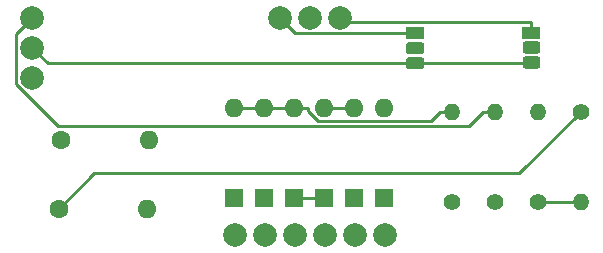
<source format=gbr>
G04 #@! TF.GenerationSoftware,KiCad,Pcbnew,(5.0.0)*
G04 #@! TF.CreationDate,2019-11-16T16:49:10+00:00*
G04 #@! TF.ProjectId,LS07,4C5330372E6B696361645F7063620000,rev?*
G04 #@! TF.SameCoordinates,Original*
G04 #@! TF.FileFunction,Copper,L1,Top,Signal*
G04 #@! TF.FilePolarity,Positive*
%FSLAX46Y46*%
G04 Gerber Fmt 4.6, Leading zero omitted, Abs format (unit mm)*
G04 Created by KiCad (PCBNEW (5.0.0)) date 11/16/19 16:49:10*
%MOMM*%
%LPD*%
G01*
G04 APERTURE LIST*
G04 #@! TA.AperFunction,ComponentPad*
%ADD10O,1.600000X1.600000*%
G04 #@! TD*
G04 #@! TA.AperFunction,ComponentPad*
%ADD11C,1.600000*%
G04 #@! TD*
G04 #@! TA.AperFunction,ComponentPad*
%ADD12C,2.000000*%
G04 #@! TD*
G04 #@! TA.AperFunction,ComponentPad*
%ADD13R,1.600000X1.600000*%
G04 #@! TD*
G04 #@! TA.AperFunction,ComponentPad*
%ADD14C,1.400000*%
G04 #@! TD*
G04 #@! TA.AperFunction,ComponentPad*
%ADD15O,1.400000X1.400000*%
G04 #@! TD*
G04 #@! TA.AperFunction,ComponentPad*
%ADD16R,1.500000X1.050000*%
G04 #@! TD*
G04 #@! TA.AperFunction,Conductor*
%ADD17C,0.100000*%
G04 #@! TD*
G04 #@! TA.AperFunction,ComponentPad*
%ADD18C,1.050000*%
G04 #@! TD*
G04 #@! TA.AperFunction,Conductor*
%ADD19C,0.250000*%
G04 #@! TD*
G04 APERTURE END LIST*
D10*
G04 #@! TO.P,C1,2*
G04 #@! TO.N,Net-(C1-Pad2)*
X129900000Y-71600000D03*
D11*
G04 #@! TO.P,C1,1*
G04 #@! TO.N,Net-(C1-Pad1)*
X122400000Y-71600000D03*
G04 #@! TD*
D10*
G04 #@! TO.P,C2,2*
G04 #@! TO.N,Net-(C2-Pad2)*
X129700000Y-77400000D03*
D11*
G04 #@! TO.P,C2,1*
G04 #@! TO.N,Net-(C2-Pad1)*
X122200000Y-77400000D03*
G04 #@! TD*
D12*
G04 #@! TO.P,J1,13*
G04 #@! TO.N,13*
X145998000Y-61225500D03*
G04 #@! TO.P,J1,12*
G04 #@! TO.N,N/C*
X143458000Y-61225500D03*
G04 #@! TO.P,J1,11*
G04 #@! TO.N,11*
X140918000Y-61225500D03*
G04 #@! TO.P,J1,6*
G04 #@! TO.N,6*
X149808000Y-79640500D03*
G04 #@! TO.P,J1,5*
G04 #@! TO.N,5*
X147268000Y-79640500D03*
G04 #@! TO.P,J1,4*
G04 #@! TO.N,4*
X144728000Y-79640500D03*
G04 #@! TO.P,J1,3*
G04 #@! TO.N,N/C*
X142188000Y-79640500D03*
G04 #@! TO.P,J1,2*
G04 #@! TO.N,2*
X139648000Y-79640500D03*
G04 #@! TO.P,J1,1*
G04 #@! TO.N,1*
X137108000Y-79640500D03*
G04 #@! TO.P,J1,23*
G04 #@! TO.N,N/C*
X119963000Y-66305500D03*
G04 #@! TO.P,J1,22*
G04 #@! TO.N,0v*
X119963000Y-63765500D03*
G04 #@! TO.P,J1,21*
G04 #@! TO.N,+6v*
X119963000Y-61225500D03*
G04 #@! TD*
D13*
G04 #@! TO.P,D1,1*
G04 #@! TO.N,1*
X137096000Y-76454000D03*
D10*
G04 #@! TO.P,D1,2*
G04 #@! TO.N,Net-(C1-Pad2)*
X137096000Y-68834000D03*
G04 #@! TD*
D13*
G04 #@! TO.P,D2,1*
G04 #@! TO.N,2*
X139636000Y-76454000D03*
D10*
G04 #@! TO.P,D2,2*
G04 #@! TO.N,Net-(C1-Pad2)*
X139636000Y-68834000D03*
G04 #@! TD*
D13*
G04 #@! TO.P,D3,1*
G04 #@! TO.N,4*
X142176000Y-76454000D03*
D10*
G04 #@! TO.P,D3,2*
G04 #@! TO.N,Net-(C1-Pad2)*
X142176000Y-68834000D03*
G04 #@! TD*
D13*
G04 #@! TO.P,D4,1*
G04 #@! TO.N,4*
X144716000Y-76454000D03*
D10*
G04 #@! TO.P,D4,2*
G04 #@! TO.N,Net-(C2-Pad2)*
X144716000Y-68834000D03*
G04 #@! TD*
D13*
G04 #@! TO.P,D5,1*
G04 #@! TO.N,5*
X147256000Y-76454000D03*
D10*
G04 #@! TO.P,D5,2*
G04 #@! TO.N,Net-(C2-Pad2)*
X147256000Y-68834000D03*
G04 #@! TD*
D13*
G04 #@! TO.P,D6,1*
G04 #@! TO.N,6*
X149796000Y-76454000D03*
D10*
G04 #@! TO.P,D6,2*
G04 #@! TO.N,Net-(C2-Pad2)*
X149796000Y-68834000D03*
G04 #@! TD*
D14*
G04 #@! TO.P,R1,1*
G04 #@! TO.N,+6v*
X155512000Y-76835000D03*
D15*
G04 #@! TO.P,R1,2*
G04 #@! TO.N,Net-(C1-Pad2)*
X155512000Y-69215000D03*
G04 #@! TD*
D14*
G04 #@! TO.P,R2,1*
G04 #@! TO.N,Net-(C2-Pad2)*
X159194000Y-76835000D03*
D15*
G04 #@! TO.P,R2,2*
G04 #@! TO.N,+6v*
X159194000Y-69215000D03*
G04 #@! TD*
D14*
G04 #@! TO.P,R3,1*
G04 #@! TO.N,+6v*
X162814000Y-76835000D03*
D15*
G04 #@! TO.P,R3,2*
G04 #@! TO.N,Net-(C1-Pad1)*
X162814000Y-69215000D03*
G04 #@! TD*
D14*
G04 #@! TO.P,R4,1*
G04 #@! TO.N,Net-(C2-Pad1)*
X166400000Y-69200000D03*
D15*
G04 #@! TO.P,R4,2*
G04 #@! TO.N,+6v*
X166400000Y-76820000D03*
G04 #@! TD*
D16*
G04 #@! TO.P,VT1,3*
G04 #@! TO.N,11*
X152400000Y-62547500D03*
D17*
G04 #@! TD*
G04 #@! TO.N,0v*
G04 #@! TO.C,VT1*
G36*
X152913229Y-64563764D02*
X152938711Y-64567544D01*
X152963700Y-64573803D01*
X152987954Y-64582482D01*
X153011242Y-64593496D01*
X153033337Y-64606739D01*
X153054028Y-64622085D01*
X153073116Y-64639384D01*
X153090415Y-64658472D01*
X153105761Y-64679163D01*
X153119004Y-64701258D01*
X153130018Y-64724546D01*
X153138697Y-64748800D01*
X153144956Y-64773789D01*
X153148736Y-64799271D01*
X153150000Y-64825000D01*
X153150000Y-65350000D01*
X153148736Y-65375729D01*
X153144956Y-65401211D01*
X153138697Y-65426200D01*
X153130018Y-65450454D01*
X153119004Y-65473742D01*
X153105761Y-65495837D01*
X153090415Y-65516528D01*
X153073116Y-65535616D01*
X153054028Y-65552915D01*
X153033337Y-65568261D01*
X153011242Y-65581504D01*
X152987954Y-65592518D01*
X152963700Y-65601197D01*
X152938711Y-65607456D01*
X152913229Y-65611236D01*
X152887500Y-65612500D01*
X151912500Y-65612500D01*
X151886771Y-65611236D01*
X151861289Y-65607456D01*
X151836300Y-65601197D01*
X151812046Y-65592518D01*
X151788758Y-65581504D01*
X151766663Y-65568261D01*
X151745972Y-65552915D01*
X151726884Y-65535616D01*
X151709585Y-65516528D01*
X151694239Y-65495837D01*
X151680996Y-65473742D01*
X151669982Y-65450454D01*
X151661303Y-65426200D01*
X151655044Y-65401211D01*
X151651264Y-65375729D01*
X151650000Y-65350000D01*
X151650000Y-64825000D01*
X151651264Y-64799271D01*
X151655044Y-64773789D01*
X151661303Y-64748800D01*
X151669982Y-64724546D01*
X151680996Y-64701258D01*
X151694239Y-64679163D01*
X151709585Y-64658472D01*
X151726884Y-64639384D01*
X151745972Y-64622085D01*
X151766663Y-64606739D01*
X151788758Y-64593496D01*
X151812046Y-64582482D01*
X151836300Y-64573803D01*
X151861289Y-64567544D01*
X151886771Y-64563764D01*
X151912500Y-64562500D01*
X152887500Y-64562500D01*
X152913229Y-64563764D01*
X152913229Y-64563764D01*
G37*
D18*
G04 #@! TO.P,VT1,1*
G04 #@! TO.N,0v*
X152400000Y-65087500D03*
D17*
G04 #@! TD*
G04 #@! TO.N,Net-(C1-Pad1)*
G04 #@! TO.C,VT1*
G36*
X152913229Y-63293764D02*
X152938711Y-63297544D01*
X152963700Y-63303803D01*
X152987954Y-63312482D01*
X153011242Y-63323496D01*
X153033337Y-63336739D01*
X153054028Y-63352085D01*
X153073116Y-63369384D01*
X153090415Y-63388472D01*
X153105761Y-63409163D01*
X153119004Y-63431258D01*
X153130018Y-63454546D01*
X153138697Y-63478800D01*
X153144956Y-63503789D01*
X153148736Y-63529271D01*
X153150000Y-63555000D01*
X153150000Y-64080000D01*
X153148736Y-64105729D01*
X153144956Y-64131211D01*
X153138697Y-64156200D01*
X153130018Y-64180454D01*
X153119004Y-64203742D01*
X153105761Y-64225837D01*
X153090415Y-64246528D01*
X153073116Y-64265616D01*
X153054028Y-64282915D01*
X153033337Y-64298261D01*
X153011242Y-64311504D01*
X152987954Y-64322518D01*
X152963700Y-64331197D01*
X152938711Y-64337456D01*
X152913229Y-64341236D01*
X152887500Y-64342500D01*
X151912500Y-64342500D01*
X151886771Y-64341236D01*
X151861289Y-64337456D01*
X151836300Y-64331197D01*
X151812046Y-64322518D01*
X151788758Y-64311504D01*
X151766663Y-64298261D01*
X151745972Y-64282915D01*
X151726884Y-64265616D01*
X151709585Y-64246528D01*
X151694239Y-64225837D01*
X151680996Y-64203742D01*
X151669982Y-64180454D01*
X151661303Y-64156200D01*
X151655044Y-64131211D01*
X151651264Y-64105729D01*
X151650000Y-64080000D01*
X151650000Y-63555000D01*
X151651264Y-63529271D01*
X151655044Y-63503789D01*
X151661303Y-63478800D01*
X151669982Y-63454546D01*
X151680996Y-63431258D01*
X151694239Y-63409163D01*
X151709585Y-63388472D01*
X151726884Y-63369384D01*
X151745972Y-63352085D01*
X151766663Y-63336739D01*
X151788758Y-63323496D01*
X151812046Y-63312482D01*
X151836300Y-63303803D01*
X151861289Y-63297544D01*
X151886771Y-63293764D01*
X151912500Y-63292500D01*
X152887500Y-63292500D01*
X152913229Y-63293764D01*
X152913229Y-63293764D01*
G37*
D18*
G04 #@! TO.P,VT1,2*
G04 #@! TO.N,Net-(C1-Pad1)*
X152400000Y-63817500D03*
G04 #@! TD*
D16*
G04 #@! TO.P,VT2,3*
G04 #@! TO.N,13*
X162242000Y-62484000D03*
D17*
G04 #@! TD*
G04 #@! TO.N,0v*
G04 #@! TO.C,VT2*
G36*
X162755229Y-64500264D02*
X162780711Y-64504044D01*
X162805700Y-64510303D01*
X162829954Y-64518982D01*
X162853242Y-64529996D01*
X162875337Y-64543239D01*
X162896028Y-64558585D01*
X162915116Y-64575884D01*
X162932415Y-64594972D01*
X162947761Y-64615663D01*
X162961004Y-64637758D01*
X162972018Y-64661046D01*
X162980697Y-64685300D01*
X162986956Y-64710289D01*
X162990736Y-64735771D01*
X162992000Y-64761500D01*
X162992000Y-65286500D01*
X162990736Y-65312229D01*
X162986956Y-65337711D01*
X162980697Y-65362700D01*
X162972018Y-65386954D01*
X162961004Y-65410242D01*
X162947761Y-65432337D01*
X162932415Y-65453028D01*
X162915116Y-65472116D01*
X162896028Y-65489415D01*
X162875337Y-65504761D01*
X162853242Y-65518004D01*
X162829954Y-65529018D01*
X162805700Y-65537697D01*
X162780711Y-65543956D01*
X162755229Y-65547736D01*
X162729500Y-65549000D01*
X161754500Y-65549000D01*
X161728771Y-65547736D01*
X161703289Y-65543956D01*
X161678300Y-65537697D01*
X161654046Y-65529018D01*
X161630758Y-65518004D01*
X161608663Y-65504761D01*
X161587972Y-65489415D01*
X161568884Y-65472116D01*
X161551585Y-65453028D01*
X161536239Y-65432337D01*
X161522996Y-65410242D01*
X161511982Y-65386954D01*
X161503303Y-65362700D01*
X161497044Y-65337711D01*
X161493264Y-65312229D01*
X161492000Y-65286500D01*
X161492000Y-64761500D01*
X161493264Y-64735771D01*
X161497044Y-64710289D01*
X161503303Y-64685300D01*
X161511982Y-64661046D01*
X161522996Y-64637758D01*
X161536239Y-64615663D01*
X161551585Y-64594972D01*
X161568884Y-64575884D01*
X161587972Y-64558585D01*
X161608663Y-64543239D01*
X161630758Y-64529996D01*
X161654046Y-64518982D01*
X161678300Y-64510303D01*
X161703289Y-64504044D01*
X161728771Y-64500264D01*
X161754500Y-64499000D01*
X162729500Y-64499000D01*
X162755229Y-64500264D01*
X162755229Y-64500264D01*
G37*
D18*
G04 #@! TO.P,VT2,1*
G04 #@! TO.N,0v*
X162242000Y-65024000D03*
D17*
G04 #@! TD*
G04 #@! TO.N,Net-(C2-Pad1)*
G04 #@! TO.C,VT2*
G36*
X162755229Y-63230264D02*
X162780711Y-63234044D01*
X162805700Y-63240303D01*
X162829954Y-63248982D01*
X162853242Y-63259996D01*
X162875337Y-63273239D01*
X162896028Y-63288585D01*
X162915116Y-63305884D01*
X162932415Y-63324972D01*
X162947761Y-63345663D01*
X162961004Y-63367758D01*
X162972018Y-63391046D01*
X162980697Y-63415300D01*
X162986956Y-63440289D01*
X162990736Y-63465771D01*
X162992000Y-63491500D01*
X162992000Y-64016500D01*
X162990736Y-64042229D01*
X162986956Y-64067711D01*
X162980697Y-64092700D01*
X162972018Y-64116954D01*
X162961004Y-64140242D01*
X162947761Y-64162337D01*
X162932415Y-64183028D01*
X162915116Y-64202116D01*
X162896028Y-64219415D01*
X162875337Y-64234761D01*
X162853242Y-64248004D01*
X162829954Y-64259018D01*
X162805700Y-64267697D01*
X162780711Y-64273956D01*
X162755229Y-64277736D01*
X162729500Y-64279000D01*
X161754500Y-64279000D01*
X161728771Y-64277736D01*
X161703289Y-64273956D01*
X161678300Y-64267697D01*
X161654046Y-64259018D01*
X161630758Y-64248004D01*
X161608663Y-64234761D01*
X161587972Y-64219415D01*
X161568884Y-64202116D01*
X161551585Y-64183028D01*
X161536239Y-64162337D01*
X161522996Y-64140242D01*
X161511982Y-64116954D01*
X161503303Y-64092700D01*
X161497044Y-64067711D01*
X161493264Y-64042229D01*
X161492000Y-64016500D01*
X161492000Y-63491500D01*
X161493264Y-63465771D01*
X161497044Y-63440289D01*
X161503303Y-63415300D01*
X161511982Y-63391046D01*
X161522996Y-63367758D01*
X161536239Y-63345663D01*
X161551585Y-63324972D01*
X161568884Y-63305884D01*
X161587972Y-63288585D01*
X161608663Y-63273239D01*
X161630758Y-63259996D01*
X161654046Y-63248982D01*
X161678300Y-63240303D01*
X161703289Y-63234044D01*
X161728771Y-63230264D01*
X161754500Y-63229000D01*
X162729500Y-63229000D01*
X162755229Y-63230264D01*
X162755229Y-63230264D01*
G37*
D18*
G04 #@! TO.P,VT2,2*
G04 #@! TO.N,Net-(C2-Pad1)*
X162242000Y-63754000D03*
G04 #@! TD*
D19*
G04 #@! TO.N,4*
X144716000Y-76454000D02*
X142176000Y-76454000D01*
G04 #@! TO.N,+6v*
X159194000Y-69215000D02*
X158168700Y-69215000D01*
X158168700Y-69215000D02*
X156965100Y-70418600D01*
X156965100Y-70418600D02*
X122129300Y-70418600D01*
X122129300Y-70418600D02*
X118587200Y-66876500D01*
X118587200Y-66876500D02*
X118587200Y-62601300D01*
X118587200Y-62601300D02*
X119963000Y-61225500D01*
X166400000Y-76820000D02*
X162829000Y-76820000D01*
X162829000Y-76820000D02*
X162814000Y-76835000D01*
G04 #@! TO.N,0v*
X119963000Y-63765500D02*
X121285000Y-65087500D01*
X121285000Y-65087500D02*
X152400000Y-65087500D01*
X162242000Y-65024000D02*
X152463500Y-65024000D01*
X152463500Y-65024000D02*
X152400000Y-65087500D01*
G04 #@! TO.N,13*
X162242000Y-62484000D02*
X162242000Y-61633700D01*
X162242000Y-61633700D02*
X146406200Y-61633700D01*
X146406200Y-61633700D02*
X145998000Y-61225500D01*
G04 #@! TO.N,Net-(C1-Pad2)*
X142176000Y-68834000D02*
X143301300Y-68834000D01*
X155512000Y-69215000D02*
X154486700Y-69215000D01*
X154486700Y-69215000D02*
X153742400Y-69959300D01*
X153742400Y-69959300D02*
X144145200Y-69959300D01*
X144145200Y-69959300D02*
X143301300Y-69115400D01*
X143301300Y-69115400D02*
X143301300Y-68834000D01*
X139636000Y-68834000D02*
X137096000Y-68834000D01*
X142176000Y-68834000D02*
X139636000Y-68834000D01*
G04 #@! TO.N,Net-(C2-Pad2)*
X147256000Y-68834000D02*
X144716000Y-68834000D01*
G04 #@! TO.N,Net-(C2-Pad1)*
X166400000Y-69200000D02*
X161200000Y-74400000D01*
X161200000Y-74400000D02*
X125200000Y-74400000D01*
X125200000Y-74400000D02*
X122200000Y-77400000D01*
G04 #@! TO.N,11*
X152400000Y-62547500D02*
X151324700Y-62547500D01*
X151324700Y-62547500D02*
X151321300Y-62550900D01*
X151321300Y-62550900D02*
X142243400Y-62550900D01*
X142243400Y-62550900D02*
X140918000Y-61225500D01*
G04 #@! TD*
M02*

</source>
